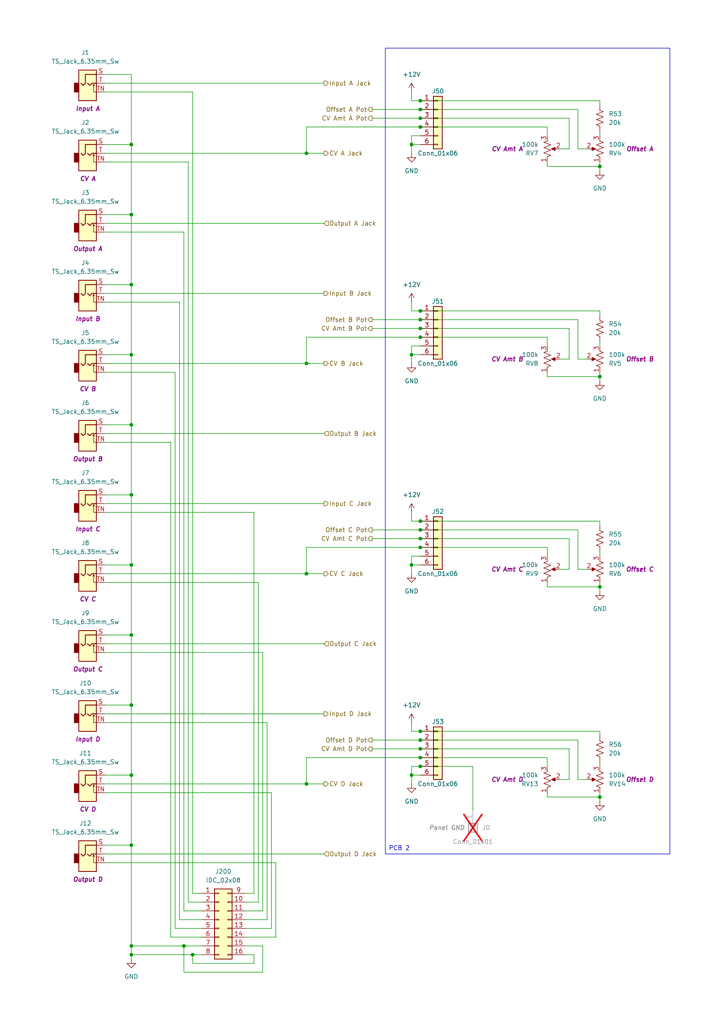
<source format=kicad_sch>
(kicad_sch (version 20250114) (generator "eeschema") (generator_version "9.0")
  (paper "A4" portrait)
  (title_block (company "DMH Instruments") (comment 1 "PCB for 5 cm Kosmo format synthesizer module"))
  (lib_symbols
    (symbol "Connector_Generic:Conn_01x01" (pin_names (offset 1.016) (hide yes))
      (property "Reference" "J" (at 0 2.54 0))
      (property "Value" "Conn_01x01" (at 0 -2.54 0))
      (symbol "Conn_01x01_1_1"
        (rectangle (start -1.27 1.27) (end 1.27 -1.27) (stroke (width 0.254)) (fill (type background)))
        (rectangle (start -1.27 0.127) (end 0 -0.127) (stroke (width 0.1524)))
        (pin passive line (at -5.08 0 0) (length 3.81) (name "Pin_1") (number "1"))
      )
    )
    (symbol "Connector_Generic:Conn_01x06" (pin_names (offset 1.016) (hide yes))
      (property "Reference" "J" (at 0 7.62 0))
      (property "Value" "Conn_01x06" (at 0 -10.16 0))
      (symbol "Conn_01x06_1_1"
        (rectangle (start -1.27 6.35) (end 1.27 -8.89) (stroke (width 0.254)) (fill (type background)))
        (rectangle (start -1.27 5.207) (end 0 4.953) (stroke (width 0.1524)))
        (rectangle (start -1.27 2.667) (end 0 2.413) (stroke (width 0.1524)))
        (rectangle (start -1.27 0.127) (end 0 -0.127) (stroke (width 0.1524)))
        (rectangle (start -1.27 -2.413) (end 0 -2.667) (stroke (width 0.1524)))
        (rectangle (start -1.27 -4.953) (end 0 -5.207) (stroke (width 0.1524)))
        (rectangle (start -1.27 -7.493) (end 0 -7.747) (stroke (width 0.1524)))
        (pin passive line (at -5.08 5.08 0) (length 3.81) (name "Pin_1") (number "1"))
        (pin passive line (at -5.08 2.54 0) (length 3.81) (name "Pin_2") (number "2"))
        (pin passive line (at -5.08 0 0) (length 3.81) (name "Pin_3") (number "3"))
        (pin passive line (at -5.08 -2.54 0) (length 3.81) (name "Pin_4") (number "4"))
        (pin passive line (at -5.08 -5.08 0) (length 3.81) (name "Pin_5") (number "5"))
        (pin passive line (at -5.08 -7.62 0) (length 3.81) (name "Pin_6") (number "6"))
      )
    )
    (symbol "Device:R_Potentiometer_US" (pin_names (offset 1.016) (hide yes))
      (property "Reference" "RV" (at -4.445 0 90))
      (property "Value" "R_Potentiometer_US" (at -2.54 0 90))
      (symbol "R_Potentiometer_US_0_1"
        (polyline (pts (xy 0 2.54) (xy 0 2.286)))
        (polyline (pts (xy 0 2.286) (xy 1.016 1.905) (xy 0 1.524) (xy -1.016 1.143) (xy 0 0.762)))
        (polyline (pts (xy 0 0.762) (xy 1.016 0.381) (xy 0 0) (xy -1.016 -0.381) (xy 0 -0.762)))
        (polyline (pts (xy 0 -0.762) (xy 1.016 -1.143) (xy 0 -1.524) (xy -1.016 -1.905) (xy 0 -2.286)))
        (polyline (pts (xy 0 -2.286) (xy 0 -2.54)))
        (polyline (pts (xy 1.143 0) (xy 2.286 0.508) (xy 2.286 -0.508) (xy 1.143 0)) (fill (type outline)))
        (polyline (pts (xy 2.54 0) (xy 1.524 0)))
      )
      (symbol "R_Potentiometer_US_1_1"
        (pin passive line (at 0 3.81 270) (length 1.27) (name "1") (number "1"))
        (pin passive line (at 0 -3.81 90) (length 1.27) (name "3") (number "3"))
        (pin passive line (at 3.81 0 180) (length 1.27) (name "2") (number "2"))
      )
    )
    (symbol "Device:R_US" (pin_numbers (hide yes)) (pin_names (offset 0))
      (property "Reference" "R" (at 2.54 0 90))
      (property "Value" "R_US" (at -2.54 0 90))
      (symbol "R_US_0_1"
        (polyline (pts (xy 0 2.286) (xy 0 2.54)))
        (polyline (pts (xy 0 2.286) (xy 1.016 1.905) (xy 0 1.524) (xy -1.016 1.143) (xy 0 0.762)))
        (polyline (pts (xy 0 0.762) (xy 1.016 0.381) (xy 0 0) (xy -1.016 -0.381) (xy 0 -0.762)))
        (polyline (pts (xy 0 -0.762) (xy 1.016 -1.143) (xy 0 -1.524) (xy -1.016 -1.905) (xy 0 -2.286)))
        (polyline (pts (xy 0 -2.286) (xy 0 -2.54)))
      )
      (symbol "R_US_1_1"
        (pin passive line (at 0 3.81 270) (length 1.27) (name "~") (number "1"))
        (pin passive line (at 0 -3.81 90) (length 1.27) (name "~") (number "2"))
      )
    )
    (symbol "SynthStuff:BackBone_Connector_16Pin" (pin_names (offset 1.016) (hide yes))
      (property "Reference" "J" (at 1.27 -16.51 0))
      (property "Value" "IDC_02x08" (at 1.27 -13.97 0))
      (symbol "BackBone_Connector_16Pin_1_1"
        (rectangle (start -1.27 8.89) (end 3.81 -11.43) (stroke (width 0.254)) (fill (type background)))
        (rectangle (start -1.27 7.747) (end 0 7.493) (stroke (width 0.1524)))
        (rectangle (start -1.27 5.207) (end 0 4.953) (stroke (width 0.1524)))
        (rectangle (start -1.27 2.667) (end 0 2.413) (stroke (width 0.1524)))
        (rectangle (start -1.27 0.127) (end 0 -0.127) (stroke (width 0.1524)))
        (rectangle (start -1.27 -2.413) (end 0 -2.667) (stroke (width 0.1524)))
        (rectangle (start -1.27 -4.953) (end 0 -5.207) (stroke (width 0.1524)))
        (rectangle (start -1.27 -7.493) (end 0 -7.747) (stroke (width 0.1524)))
        (rectangle (start -1.27 -10.033) (end 0 -10.287) (stroke (width 0.1524)))
        (rectangle (start 3.81 7.747) (end 2.54 7.493) (stroke (width 0.1524)))
        (rectangle (start 3.81 5.207) (end 2.54 4.953) (stroke (width 0.1524)))
        (rectangle (start 3.81 2.667) (end 2.54 2.413) (stroke (width 0.1524)))
        (rectangle (start 3.81 0.127) (end 2.54 -0.127) (stroke (width 0.1524)))
        (rectangle (start 3.81 -2.413) (end 2.54 -2.667) (stroke (width 0.1524)))
        (rectangle (start 3.81 -4.953) (end 2.54 -5.207) (stroke (width 0.1524)))
        (rectangle (start 3.81 -7.493) (end 2.54 -7.747) (stroke (width 0.1524)))
        (rectangle (start 3.81 -10.033) (end 2.54 -10.287) (stroke (width 0.1524)))
        (pin passive line (at -5.08 7.62 0) (length 3.81) (name "Pin_1") (number "1"))
        (pin passive line (at -5.08 5.08 0) (length 3.81) (name "Pin_2") (number "2"))
        (pin passive line (at -5.08 2.54 0) (length 3.81) (name "Pin_3") (number "3"))
        (pin passive line (at -5.08 0 0) (length 3.81) (name "Pin_4") (number "4"))
        (pin passive line (at -5.08 -2.54 0) (length 3.81) (name "Pin_5") (number "5"))
        (pin passive line (at -5.08 -5.08 0) (length 3.81) (name "Pin_6") (number "6"))
        (pin passive line (at -5.08 -7.62 0) (length 3.81) (name "Pin_7") (number "7"))
        (pin passive line (at -5.08 -10.16 0) (length 3.81) (name "Pin_8") (number "8"))
        (pin passive line (at 7.62 7.62 180) (length 3.81) (name "Pin_9") (number "9"))
        (pin passive line (at 7.62 5.08 180) (length 3.81) (name "Pin_10") (number "10"))
        (pin passive line (at 7.62 2.54 180) (length 3.81) (name "Pin_11") (number "11"))
        (pin passive line (at 7.62 0 180) (length 3.81) (name "Pin_12") (number "12"))
        (pin passive line (at 7.62 -2.54 180) (length 3.81) (name "Pin_13") (number "13"))
        (pin passive line (at 7.62 -5.08 180) (length 3.81) (name "Pin_14") (number "14"))
        (pin passive line (at 7.62 -7.62 180) (length 3.81) (name "Pin_15") (number "15"))
        (pin passive line (at 7.62 -10.16 180) (length 3.81) (name "Pin_16") (number "16"))
      )
    )
    (symbol "SynthStuff:TS_Jack_6.35mm_Sw"
      (property "Reference" "J" (at -0.635 8.89 0))
      (property "Value" "TS_Jack_6.35mm_Sw" (at -0.635 6.35 0))
      (symbol "TS_Jack_6.35mm_Sw_0_1"
        (rectangle (start -2.54 0) (end -3.81 -2.54) (stroke (width 0.254)) (fill (type outline)))
        (polyline (pts (xy 0 0) (xy 0.635 -0.635) (xy 1.27 0) (xy 2.54 0)) (stroke (width 0.254)))
        (polyline (pts (xy 1.778 -0.254) (xy 2.032 -0.762)))
        (rectangle (start 2.54 3.81) (end -2.54 -5.08) (stroke (width 0.254)) (fill (type background)))
        (polyline (pts (xy 2.54 2.54) (xy -0.635 2.54) (xy -0.635 0) (xy -1.27 -0.635) (xy -1.905 0)) (stroke (width 0.254)))
        (polyline (pts (xy 2.54 -2.54) (xy 1.778 -2.54) (xy 1.778 -0.254) (xy 1.524 -0.762)))
      )
      (symbol "TS_Jack_6.35mm_Sw_1_1"
        (pin passive line (at 5.08 2.54 180) (length 2.54) (name "~") (number "S"))
        (pin passive line (at 5.08 0 180) (length 2.54) (name "~") (number "T"))
        (pin passive line (at 5.08 -2.54 180) (length 2.54) (name "~") (number "TN"))
      )
    )
    (symbol "power:+12V" (power) (pin_numbers (hide yes)) (pin_names (offset 0) (hide yes))
      (property "Value" "+12V" (at 0 3.556 0))
      (symbol "+12V_0_1"
        (polyline (pts (xy -0.762 1.27) (xy 0 2.54)))
        (polyline (pts (xy 0 2.54) (xy 0.762 1.27)))
        (polyline (pts (xy 0 0) (xy 0 2.54)))
      )
      (symbol "+12V_1_1"
        (pin power_in line (at 0 0 90) (length 0) (name "~") (number "1"))
      )
    )
    (symbol "power:GND" (power) (pin_numbers (hide yes)) (pin_names (offset 0) (hide yes))
      (property "Value" "GND" (at 0 -3.81 0))
      (symbol "GND_0_1"
        (polyline (pts (xy 0 0) (xy 0 -1.27) (xy 1.27 -1.27) (xy 0 -2.54) (xy -1.27 -1.27) (xy 0 -1.27)))
      )
      (symbol "GND_1_1"
        (pin power_in line (at 0 0 270) (length 0) (name "~") (number "1"))
      )
    )
  )
  (rectangle (start 111.76 13.97) (end 194.31 247.65))
  (text "PCB 2" (at 115.824 246.126 0) (effects (font (size 1.27 1.27))))
  (junction (at 88.9 44.45))
  (junction (at 38.1 102.87))
  (junction (at 38.1 184.15))
  (junction (at 121.92 151.13))
  (junction (at 53.34 274.32))
  (junction (at 121.92 34.29))
  (junction (at 121.92 214.63))
  (junction (at 38.1 41.91))
  (junction (at 55.88 276.86))
  (junction (at 121.92 31.75))
  (junction (at 119.38 41.91))
  (junction (at 121.92 90.17))
  (junction (at 121.92 222.25))
  (junction (at 38.1 123.19))
  (junction (at 121.92 29.21))
  (junction (at 119.38 224.79))
  (junction (at 38.1 276.86))
  (junction (at 121.92 219.71))
  (junction (at 121.92 97.79))
  (junction (at 121.92 217.17))
  (junction (at 121.92 36.83))
  (junction (at 88.9 105.41))
  (junction (at 121.92 158.75))
  (junction (at 121.92 212.09))
  (junction (at 121.92 156.21))
  (junction (at 173.99 48.26))
  (junction (at 119.38 102.87))
  (junction (at 38.1 224.79))
  (junction (at 173.99 231.14))
  (junction (at 38.1 274.32))
  (junction (at 38.1 163.83))
  (junction (at 121.92 95.25))
  (junction (at 38.1 62.23))
  (junction (at 38.1 82.55))
  (junction (at 38.1 143.51))
  (junction (at 121.92 92.71))
  (junction (at 173.99 170.18))
  (junction (at 121.92 153.67))
  (junction (at 38.1 204.47))
  (junction (at 119.38 163.83))
  (junction (at 173.99 109.22))
  (junction (at 88.9 227.33))
  (junction (at 88.9 166.37))
  (junction (at 38.1 245.11))
  (wire (pts (xy 158.75 168.91) (xy 158.75 170.18)))
  (wire (pts (xy 121.92 95.25) (xy 107.95 95.25)))
  (wire (pts (xy 76.2 189.23) (xy 76.2 264.16)))
  (wire (pts (xy 88.9 158.75) (xy 88.9 166.37)))
  (wire (pts (xy 158.75 46.99) (xy 158.75 48.26)))
  (wire (pts (xy 119.38 87.63) (xy 119.38 90.17)))
  (wire (pts (xy 121.92 224.79) (xy 119.38 224.79)))
  (wire (pts (xy 165.1 104.14) (xy 165.1 95.25)))
  (wire (pts (xy 107.95 217.17) (xy 121.92 217.17)))
  (wire (pts (xy 30.48 247.65) (xy 93.98 247.65)))
  (wire (pts (xy 30.48 189.23) (xy 76.2 189.23)))
  (wire (pts (xy 55.88 259.08) (xy 58.42 259.08)))
  (wire (pts (xy 30.48 125.73) (xy 93.98 125.73)))
  (wire (pts (xy 121.92 161.29) (xy 119.38 161.29)))
  (wire (pts (xy 30.48 148.59) (xy 73.66 148.59)))
  (wire (pts (xy 165.1 226.06) (xy 165.1 217.17)))
  (wire (pts (xy 158.75 100.33) (xy 158.75 97.79)))
  (wire (pts (xy 167.64 153.67) (xy 167.64 165.1)))
  (wire (pts (xy 107.95 156.21) (xy 121.92 156.21)))
  (wire (pts (xy 53.34 67.31) (xy 30.48 67.31)))
  (wire (pts (xy 76.2 281.94) (xy 53.34 281.94)))
  (wire (pts (xy 88.9 105.41) (xy 93.98 105.41)))
  (wire (pts (xy 77.47 266.7) (xy 77.47 209.55)))
  (wire (pts (xy 58.42 266.7) (xy 52.07 266.7)))
  (wire (pts (xy 71.12 276.86) (xy 73.66 276.86)))
  (wire (pts (xy 30.48 166.37) (xy 88.9 166.37)))
  (wire (pts (xy 173.99 99.06) (xy 173.99 100.33)))
  (wire (pts (xy 165.1 43.18) (xy 165.1 34.29)))
  (wire (pts (xy 162.56 165.1) (xy 165.1 165.1)))
  (wire (pts (xy 73.66 276.86) (xy 73.66 279.4)))
  (wire (pts (xy 30.48 146.05) (xy 93.98 146.05)))
  (wire (pts (xy 173.99 160.02) (xy 173.99 161.29)))
  (wire (pts (xy 173.99 46.99) (xy 173.99 48.26)))
  (wire (pts (xy 88.9 44.45) (xy 93.98 44.45)))
  (wire (pts (xy 78.74 229.87) (xy 78.74 269.24)))
  (wire (pts (xy 173.99 220.98) (xy 173.99 222.25)))
  (wire (pts (xy 30.48 250.19) (xy 80.01 250.19)))
  (wire (pts (xy 158.75 109.22) (xy 173.99 109.22)))
  (wire (pts (xy 38.1 163.83) (xy 38.1 184.15)))
  (wire (pts (xy 55.88 276.86) (xy 58.42 276.86)))
  (wire (pts (xy 137.16 222.25) (xy 121.92 222.25)))
  (wire (pts (xy 38.1 274.32) (xy 53.34 274.32)))
  (wire (pts (xy 30.48 102.87) (xy 38.1 102.87)))
  (wire (pts (xy 54.61 46.99) (xy 54.61 261.62)))
  (wire (pts (xy 121.92 163.83) (xy 119.38 163.83)))
  (wire (pts (xy 121.92 222.25) (xy 119.38 222.25)))
  (wire (pts (xy 170.18 165.1) (xy 167.64 165.1)))
  (wire (pts (xy 30.48 82.55) (xy 38.1 82.55)))
  (wire (pts (xy 121.92 90.17) (xy 173.99 90.17)))
  (wire (pts (xy 121.92 158.75) (xy 88.9 158.75)))
  (wire (pts (xy 121.92 153.67) (xy 167.64 153.67)))
  (wire (pts (xy 38.1 82.55) (xy 38.1 102.87)))
  (wire (pts (xy 167.64 31.75) (xy 167.64 43.18)))
  (wire (pts (xy 173.99 109.22) (xy 173.99 110.49)))
  (wire (pts (xy 38.1 224.79) (xy 38.1 245.11)))
  (wire (pts (xy 121.92 217.17) (xy 165.1 217.17)))
  (wire (pts (xy 38.1 276.86) (xy 55.88 276.86)))
  (wire (pts (xy 167.64 92.71) (xy 167.64 104.14)))
  (wire (pts (xy 121.92 92.71) (xy 167.64 92.71)))
  (wire (pts (xy 173.99 168.91) (xy 173.99 170.18)))
  (wire (pts (xy 121.92 90.17) (xy 119.38 90.17)))
  (wire (pts (xy 121.92 97.79) (xy 88.9 97.79)))
  (wire (pts (xy 158.75 161.29) (xy 158.75 158.75)))
  (wire (pts (xy 167.64 214.63) (xy 167.64 226.06)))
  (wire (pts (xy 107.95 92.71) (xy 121.92 92.71)))
  (wire (pts (xy 50.8 107.95) (xy 50.8 269.24)))
  (wire (pts (xy 158.75 170.18) (xy 173.99 170.18)))
  (wire (pts (xy 88.9 97.79) (xy 88.9 105.41)))
  (wire (pts (xy 30.48 184.15) (xy 38.1 184.15)))
  (wire (pts (xy 76.2 264.16) (xy 71.12 264.16)))
  (wire (pts (xy 53.34 274.32) (xy 58.42 274.32)))
  (wire (pts (xy 88.9 227.33) (xy 93.98 227.33)))
  (wire (pts (xy 121.92 158.75) (xy 158.75 158.75)))
  (wire (pts (xy 50.8 269.24) (xy 58.42 269.24)))
  (wire (pts (xy 30.48 105.41) (xy 88.9 105.41)))
  (wire (pts (xy 30.48 204.47) (xy 38.1 204.47)))
  (wire (pts (xy 30.48 207.01) (xy 93.98 207.01)))
  (wire (pts (xy 38.1 102.87) (xy 38.1 123.19)))
  (wire (pts (xy 53.34 67.31) (xy 53.34 264.16)))
  (wire (pts (xy 121.92 214.63) (xy 167.64 214.63)))
  (wire (pts (xy 88.9 166.37) (xy 93.98 166.37)))
  (wire (pts (xy 170.18 43.18) (xy 167.64 43.18)))
  (wire (pts (xy 30.48 64.77) (xy 93.98 64.77)))
  (wire (pts (xy 52.07 87.63) (xy 30.48 87.63)))
  (wire (pts (xy 38.1 143.51) (xy 38.1 163.83)))
  (wire (pts (xy 71.12 274.32) (xy 76.2 274.32)))
  (wire (pts (xy 119.38 161.29) (xy 119.38 163.83)))
  (wire (pts (xy 158.75 107.95) (xy 158.75 109.22)))
  (wire (pts (xy 170.18 226.06) (xy 167.64 226.06)))
  (wire (pts (xy 53.34 281.94) (xy 53.34 274.32)))
  (wire (pts (xy 71.12 261.62) (xy 74.93 261.62)))
  (wire (pts (xy 119.38 148.59) (xy 119.38 151.13)))
  (wire (pts (xy 58.42 271.78) (xy 49.53 271.78)))
  (wire (pts (xy 121.92 31.75) (xy 167.64 31.75)))
  (wire (pts (xy 38.1 245.11) (xy 38.1 274.32)))
  (wire (pts (xy 54.61 261.62) (xy 58.42 261.62)))
  (wire (pts (xy 38.1 184.15) (xy 38.1 204.47)))
  (wire (pts (xy 107.95 31.75) (xy 121.92 31.75)))
  (wire (pts (xy 88.9 36.83) (xy 121.92 36.83)))
  (wire (pts (xy 121.92 95.25) (xy 165.1 95.25)))
  (wire (pts (xy 119.38 26.67) (xy 119.38 29.21)))
  (wire (pts (xy 38.1 21.59) (xy 30.48 21.59)))
  (wire (pts (xy 77.47 209.55) (xy 30.48 209.55)))
  (wire (pts (xy 173.99 152.4) (xy 173.99 151.13)))
  (wire (pts (xy 30.48 163.83) (xy 38.1 163.83)))
  (wire (pts (xy 121.92 219.71) (xy 158.75 219.71)))
  (wire (pts (xy 76.2 274.32) (xy 76.2 281.94)))
  (wire (pts (xy 88.9 36.83) (xy 88.9 44.45)))
  (wire (pts (xy 30.48 227.33) (xy 88.9 227.33)))
  (wire (pts (xy 38.1 41.91) (xy 38.1 21.59)))
  (wire (pts (xy 119.38 224.79) (xy 119.38 227.33)))
  (wire (pts (xy 173.99 30.48) (xy 173.99 29.21)))
  (wire (pts (xy 49.53 271.78) (xy 49.53 128.27)))
  (wire (pts (xy 38.1 62.23) (xy 38.1 82.55)))
  (wire (pts (xy 38.1 204.47) (xy 38.1 224.79)))
  (wire (pts (xy 158.75 222.25) (xy 158.75 219.71)))
  (wire (pts (xy 73.66 148.59) (xy 73.66 259.08)))
  (wire (pts (xy 165.1 165.1) (xy 165.1 156.21)))
  (wire (pts (xy 121.92 212.09) (xy 173.99 212.09)))
  (wire (pts (xy 121.92 97.79) (xy 158.75 97.79)))
  (wire (pts (xy 173.99 91.44) (xy 173.99 90.17)))
  (wire (pts (xy 38.1 276.86) (xy 38.1 278.13)))
  (wire (pts (xy 38.1 41.91) (xy 38.1 62.23)))
  (wire (pts (xy 55.88 279.4) (xy 55.88 276.86)))
  (wire (pts (xy 173.99 38.1) (xy 173.99 39.37)))
  (wire (pts (xy 73.66 279.4) (xy 55.88 279.4)))
  (wire (pts (xy 119.38 41.91) (xy 119.38 44.45)))
  (wire (pts (xy 158.75 229.87) (xy 158.75 231.14)))
  (wire (pts (xy 80.01 271.78) (xy 71.12 271.78)))
  (wire (pts (xy 121.92 36.83) (xy 158.75 36.83)))
  (wire (pts (xy 162.56 226.06) (xy 165.1 226.06)))
  (wire (pts (xy 121.92 156.21) (xy 165.1 156.21)))
  (wire (pts (xy 121.92 151.13) (xy 173.99 151.13)))
  (wire (pts (xy 30.48 123.19) (xy 38.1 123.19)))
  (wire (pts (xy 173.99 229.87) (xy 173.99 231.14)))
  (wire (pts (xy 173.99 231.14) (xy 173.99 232.41)))
  (wire (pts (xy 121.92 29.21) (xy 173.99 29.21)))
  (wire (pts (xy 30.48 143.51) (xy 38.1 143.51)))
  (wire (pts (xy 30.48 224.79) (xy 38.1 224.79)))
  (wire (pts (xy 50.8 107.95) (xy 30.48 107.95)))
  (wire (pts (xy 30.48 24.13) (xy 93.98 24.13)))
  (wire (pts (xy 121.92 212.09) (xy 119.38 212.09)))
  (wire (pts (xy 121.92 39.37) (xy 119.38 39.37)))
  (wire (pts (xy 53.34 264.16) (xy 58.42 264.16)))
  (wire (pts (xy 30.48 62.23) (xy 38.1 62.23)))
  (wire (pts (xy 74.93 261.62) (xy 74.93 168.91)))
  (wire (pts (xy 119.38 163.83) (xy 119.38 166.37)))
  (wire (pts (xy 121.92 41.91) (xy 119.38 41.91)))
  (wire (pts (xy 162.56 104.14) (xy 165.1 104.14)))
  (wire (pts (xy 121.92 219.71) (xy 88.9 219.71)))
  (wire (pts (xy 173.99 48.26) (xy 173.99 49.53)))
  (wire (pts (xy 121.92 102.87) (xy 119.38 102.87)))
  (wire (pts (xy 30.48 186.69) (xy 93.98 186.69)))
  (wire (pts (xy 30.48 85.09) (xy 93.98 85.09)))
  (wire (pts (xy 158.75 231.14) (xy 173.99 231.14)))
  (wire (pts (xy 121.92 34.29) (xy 165.1 34.29)))
  (wire (pts (xy 73.66 259.08) (xy 71.12 259.08)))
  (wire (pts (xy 30.48 245.11) (xy 38.1 245.11)))
  (wire (pts (xy 119.38 102.87) (xy 119.38 105.41)))
  (wire (pts (xy 119.38 209.55) (xy 119.38 212.09)))
  (wire (pts (xy 162.56 43.18) (xy 165.1 43.18)))
  (wire (pts (xy 137.16 234.95) (xy 137.16 222.25)))
  (wire (pts (xy 80.01 250.19) (xy 80.01 271.78)))
  (wire (pts (xy 38.1 123.19) (xy 38.1 143.51)))
  (wire (pts (xy 173.99 213.36) (xy 173.99 212.09)))
  (wire (pts (xy 55.88 26.67) (xy 55.88 259.08)))
  (wire (pts (xy 119.38 100.33) (xy 119.38 102.87)))
  (wire (pts (xy 71.12 266.7) (xy 77.47 266.7)))
  (wire (pts (xy 158.75 39.37) (xy 158.75 36.83)))
  (wire (pts (xy 121.92 151.13) (xy 119.38 151.13)))
  (wire (pts (xy 30.48 229.87) (xy 78.74 229.87)))
  (wire (pts (xy 78.74 269.24) (xy 71.12 269.24)))
  (wire (pts (xy 107.95 214.63) (xy 121.92 214.63)))
  (wire (pts (xy 121.92 29.21) (xy 119.38 29.21)))
  (wire (pts (xy 30.48 44.45) (xy 88.9 44.45)))
  (wire (pts (xy 74.93 168.91) (xy 30.48 168.91)))
  (wire (pts (xy 30.48 128.27) (xy 49.53 128.27)))
  (wire (pts (xy 107.95 34.29) (xy 121.92 34.29)))
  (wire (pts (xy 170.18 104.14) (xy 167.64 104.14)))
  (wire (pts (xy 30.48 41.91) (xy 38.1 41.91)))
  (wire (pts (xy 119.38 222.25) (xy 119.38 224.79)))
  (wire (pts (xy 173.99 170.18) (xy 173.99 171.45)))
  (wire (pts (xy 107.95 153.67) (xy 121.92 153.67)))
  (wire (pts (xy 52.07 266.7) (xy 52.07 87.63)))
  (wire (pts (xy 30.48 46.99) (xy 54.61 46.99)))
  (wire (pts (xy 121.92 100.33) (xy 119.38 100.33)))
  (wire (pts (xy 173.99 107.95) (xy 173.99 109.22)))
  (wire (pts (xy 119.38 39.37) (xy 119.38 41.91)))
  (wire (pts (xy 158.75 48.26) (xy 173.99 48.26)))
  (wire (pts (xy 38.1 274.32) (xy 38.1 276.86)))
  (wire (pts (xy 55.88 26.67) (xy 30.48 26.67)))
  (wire (pts (xy 88.9 219.71) (xy 88.9 227.33)))
  (hierarchical_label "Offset B Pot" (shape output) (at 107.95 92.71 180))
  (hierarchical_label "Offset C Pot" (shape output) (at 107.95 153.67 180))
  (hierarchical_label "CV C Jack" (shape output) (at 93.98 166.37 0))
  (hierarchical_label "Offset A Pot" (shape output) (at 107.95 31.75 180))
  (hierarchical_label "Output A Jack" (shape input) (at 93.98 64.77 0))
  (hierarchical_label "Output C Jack" (shape input) (at 93.98 186.69 0))
  (hierarchical_label "Output B Jack" (shape input) (at 93.98 125.73 0))
  (hierarchical_label "CV A Jack" (shape output) (at 93.98 44.45 0))
  (hierarchical_label "CV Amt B Pot" (shape output) (at 107.95 95.25 180))
  (hierarchical_label "Input B Jack" (shape output) (at 93.98 85.09 0))
  (hierarchical_label "Input D Jack" (shape output) (at 93.98 207.01 0))
  (hierarchical_label "CV D Jack" (shape output) (at 93.98 227.33 0))
  (hierarchical_label "CV Amt A Pot" (shape output) (at 107.95 34.29 180))
  (hierarchical_label "CV B Jack" (shape output) (at 93.98 105.41 0))
  (hierarchical_label "Input A Jack" (shape output) (at 93.98 24.13 0))
  (hierarchical_label "Offset D Pot" (shape output) (at 107.95 214.63 180))
  (hierarchical_label "Output D Jack" (shape input) (at 93.98 247.65 0))
  (hierarchical_label "Input C Jack" (shape output) (at 93.98 146.05 0))
  (hierarchical_label "CV Amt D Pot" (shape output) (at 107.95 217.17 180))
  (hierarchical_label "CV Amt C Pot" (shape output) (at 107.95 156.21 180))
  (symbol (lib_id "SynthStuff:TS_Jack_6.35mm_Sw") (at 25.4 186.69 0) (unit 1)
    (property "Reference" "J9" (at 24.765 177.8 0))
    (property "Value" "TS_Jack_6.35mm_Sw" (at 24.765 180.34 0))
    (property "Footprint" "SynthStuff:CUI_MJ-63052A" (effects (hide yes)))
    (property "Description" "Audio Jack, 2 Poles (Mono / TS), Switched T Pole (Normalling), 6.35mm, 1/4inch" (effects (hide yes)))
    (property "Function" "Output C" (at 25.4 194.056 0) (effects (font (thickness 0.254) (bold yes) (italic yes))))
  )
  (symbol (lib_id "SynthStuff:TS_Jack_6.35mm_Sw") (at 25.4 44.45 0) (unit 1)
    (property "Reference" "J2" (at 24.765 35.56 0))
    (property "Value" "TS_Jack_6.35mm_Sw" (at 24.765 38.1 0))
    (property "Footprint" "SynthStuff:CUI_MJ-63052A" (effects (hide yes)))
    (property "Description" "Audio Jack, 2 Poles (Mono / TS), Switched T Pole (Normalling), 6.35mm, 1/4inch" (effects (hide yes)))
    (property "Function" "CV A" (at 25.4 51.816 0) (effects (font (thickness 0.254) (bold yes) (italic yes))))
  )
  (symbol (lib_id "power:+12V") (at 119.38 148.59 0) (unit 1)
    (property "Reference" "#PWR043" (effects (hide yes)))
    (property "Value" "+12V" (at 119.38 143.51 0))
    (property "Description" "Power symbol creates a global label with name \"+12V\"" (effects (hide yes)))
  )
  (symbol (lib_id "power:+12V") (at 119.38 87.63 0) (unit 1)
    (property "Reference" "#PWR042" (effects (hide yes)))
    (property "Value" "+12V" (at 119.38 82.55 0))
    (property "Description" "Power symbol creates a global label with name \"+12V\"" (effects (hide yes)))
  )
  (symbol (lib_id "SynthStuff:BackBone_Connector_16Pin") (at 63.5 266.7 0) (unit 1)
    (property "Reference" "J200" (at 64.77 252.73 0))
    (property "Value" "IDC_02x08" (at 64.77 255.27 0))
    (property "Footprint" "SynthStuff:IDC-Header_2x08_P2.54mm_Vertical_BackBone" (effects (hide yes)))
    (property "Description" "IDC jack, 2x8 pins, row a carries same signals as row b." (effects (hide yes)))
  )
  (symbol (lib_id "SynthStuff:TS_Jack_6.35mm_Sw") (at 25.4 105.41 0) (unit 1)
    (property "Reference" "J5" (at 24.765 96.52 0))
    (property "Value" "TS_Jack_6.35mm_Sw" (at 24.765 99.06 0))
    (property "Footprint" "SynthStuff:CUI_MJ-63052A" (effects (hide yes)))
    (property "Description" "Audio Jack, 2 Poles (Mono / TS), Switched T Pole (Normalling), 6.35mm, 1/4inch" (effects (hide yes)))
    (property "Function" "CV B" (at 25.4 112.776 0) (effects (font (thickness 0.254) (bold yes) (italic yes))))
  )
  (symbol (lib_id "Device:R_Potentiometer_US") (at 158.75 43.18 0) (mirror x) (unit 1) (on_board no)
    (property "Reference" "RV7" (at 156.21 44.4501 0) (effects (justify right)))
    (property "Value" "100k" (at 156.21 41.9101 0) (effects (justify right)))
    (property "Footprint" "SynthStuff:Potentiometer_TT_P110KH1" (effects (hide yes)))
    (property "Description" "Potentiometer, US symbol" (effects (hide yes)))
    (property "Function" "CV Amt A" (at 147.066 43.18 0) (effects (font (thickness 0.254) (bold yes) (italic yes))))
  )
  (symbol (lib_id "SynthStuff:TS_Jack_6.35mm_Sw") (at 25.4 85.09 0) (unit 1)
    (property "Reference" "J4" (at 24.765 76.2 0))
    (property "Value" "TS_Jack_6.35mm_Sw" (at 24.765 78.74 0))
    (property "Footprint" "SynthStuff:CUI_MJ-63052A" (effects (hide yes)))
    (property "Description" "Audio Jack, 2 Poles (Mono / TS), Switched T Pole (Normalling), 6.35mm, 1/4inch" (effects (hide yes)))
    (property "Function" "Input B" (at 25.4 92.456 0) (effects (font (thickness 0.254) (bold yes) (italic yes))))
  )
  (symbol (lib_id "power:+12V") (at 119.38 26.67 0) (unit 1)
    (property "Reference" "#PWR041" (effects (hide yes)))
    (property "Value" "+12V" (at 119.38 21.59 0))
    (property "Description" "Power symbol creates a global label with name \"+12V\"" (effects (hide yes)))
  )
  (symbol (lib_id "SynthStuff:TS_Jack_6.35mm_Sw") (at 25.4 207.01 0) (unit 1)
    (property "Reference" "J10" (at 24.765 198.12 0))
    (property "Value" "TS_Jack_6.35mm_Sw" (at 24.765 200.66 0))
    (property "Footprint" "SynthStuff:CUI_MJ-63052A" (effects (hide yes)))
    (property "Description" "Audio Jack, 2 Poles (Mono / TS), Switched T Pole (Normalling), 6.35mm, 1/4inch" (effects (hide yes)))
    (property "Function" "Input D" (at 25.4 214.376 0) (effects (font (thickness 0.254) (bold yes) (italic yes))))
  )
  (symbol (lib_id "Device:R_Potentiometer_US") (at 173.99 226.06 180) (unit 1) (on_board no)
    (property "Reference" "RV14" (at 176.53 227.3301 0) (effects (justify right)))
    (property "Value" "100k" (at 176.53 224.7901 0) (effects (justify right)))
    (property "Footprint" "SynthStuff:Potentiometer_Alpha_RD901F-40-00D_Single_Vertical" (effects (hide yes)))
    (property "Description" "Potentiometer, US symbol" (effects (hide yes)))
    (property "Function" "Offset D" (at 185.674 226.06 0) (effects (font (thickness 0.254) (bold yes) (italic yes))))
  )
  (symbol (lib_id "power:GND") (at 119.38 227.33 0) (unit 1)
    (property "Reference" "#PWR048" (effects (hide yes)))
    (property "Value" "GND" (at 119.38 232.41 0))
    (property "Description" "Power symbol creates a global label with name \"GND\" , ground" (effects (hide yes)))
  )
  (symbol (lib_id "SynthStuff:TS_Jack_6.35mm_Sw") (at 25.4 146.05 0) (unit 1)
    (property "Reference" "J7" (at 24.765 137.16 0))
    (property "Value" "TS_Jack_6.35mm_Sw" (at 24.765 139.7 0))
    (property "Footprint" "SynthStuff:CUI_MJ-63052A" (effects (hide yes)))
    (property "Description" "Audio Jack, 2 Poles (Mono / TS), Switched T Pole (Normalling), 6.35mm, 1/4inch" (effects (hide yes)))
    (property "Function" "Input C" (at 25.4 153.416 0) (effects (font (thickness 0.254) (bold yes) (italic yes))))
  )
  (symbol (lib_id "SynthStuff:TS_Jack_6.35mm_Sw") (at 25.4 166.37 0) (unit 1)
    (property "Reference" "J8" (at 24.765 157.48 0))
    (property "Value" "TS_Jack_6.35mm_Sw" (at 24.765 160.02 0))
    (property "Footprint" "SynthStuff:CUI_MJ-63052A" (effects (hide yes)))
    (property "Description" "Audio Jack, 2 Poles (Mono / TS), Switched T Pole (Normalling), 6.35mm, 1/4inch" (effects (hide yes)))
    (property "Function" "CV C" (at 25.4 173.736 0) (effects (font (thickness 0.254) (bold yes) (italic yes))))
  )
  (symbol (lib_id "Device:R_Potentiometer_US") (at 158.75 226.06 0) (mirror x) (unit 1) (on_board no)
    (property "Reference" "RV13" (at 156.21 227.3301 0) (effects (justify right)))
    (property "Value" "100k" (at 156.21 224.7901 0) (effects (justify right)))
    (property "Footprint" "SynthStuff:Potentiometer_TT_P110KH1" (effects (hide yes)))
    (property "Description" "Potentiometer, US symbol" (effects (hide yes)))
    (property "Function" "CV Amt D" (at 147.066 226.06 0) (effects (font (thickness 0.254) (bold yes) (italic yes))))
  )
  (symbol (lib_id "Device:R_Potentiometer_US") (at 173.99 165.1 180) (unit 1) (on_board no)
    (property "Reference" "RV6" (at 176.53 166.3701 0) (effects (justify right)))
    (property "Value" "100k" (at 176.53 163.8301 0) (effects (justify right)))
    (property "Footprint" "SynthStuff:Potentiometer_Alpha_RD901F-40-00D_Single_Vertical" (effects (hide yes)))
    (property "Description" "Potentiometer, US symbol" (effects (hide yes)))
    (property "Function" "Offset C" (at 185.674 165.1 0) (effects (font (thickness 0.254) (bold yes) (italic yes))))
  )
  (symbol (lib_id "power:GND") (at 173.99 110.49 0) (unit 1)
    (property "Reference" "#PWR036" (effects (hide yes)))
    (property "Value" "GND" (at 173.99 115.57 0))
    (property "Description" "Power symbol creates a global label with name \"GND\" , ground" (effects (hide yes)))
  )
  (symbol (lib_id "Connector_Generic:Conn_01x06") (at 127 95.25 0) (unit 1)
    (property "Reference" "J51" (at 125.222 87.376 0) (effects (justify left)))
    (property "Value" "Conn_01x06" (at 127 105.41 0))
    (property "Footprint" "Connector_PinSocket_2.54mm:PinSocket_1x08_P2.54mm_Vertical" (effects (hide yes)))
    (property "Description" "Generic connector, single row, 01x06, script generated (kicad-library-utils/schlib/autogen/connector/)" (effects (hide yes)))
  )
  (symbol (lib_id "Device:R_Potentiometer_US") (at 173.99 43.18 180) (unit 1) (on_board no)
    (property "Reference" "RV4" (at 176.53 44.4501 0) (effects (justify right)))
    (property "Value" "100k" (at 176.53 41.9101 0) (effects (justify right)))
    (property "Footprint" "SynthStuff:Potentiometer_Alpha_RD901F-40-00D_Single_Vertical" (effects (hide yes)))
    (property "Description" "Potentiometer, US symbol" (effects (hide yes)))
    (property "Function" "Offset A" (at 185.674 43.18 0) (effects (font (thickness 0.254) (bold yes) (italic yes))))
  )
  (symbol (lib_id "power:GND") (at 119.38 44.45 0) (unit 1)
    (property "Reference" "#PWR044" (effects (hide yes)))
    (property "Value" "GND" (at 119.38 49.53 0))
    (property "Description" "Power symbol creates a global label with name \"GND\" , ground" (effects (hide yes)))
  )
  (symbol (lib_id "power:GND") (at 38.1 278.13 0) (unit 1)
    (property "Reference" "#PWR040" (effects (hide yes)))
    (property "Value" "GND" (at 38.1 283.21 0))
    (property "Description" "Power symbol creates a global label with name \"GND\" , ground" (effects (hide yes)))
  )
  (symbol (lib_id "Device:R_Potentiometer_US") (at 173.99 104.14 180) (unit 1) (on_board no)
    (property "Reference" "RV5" (at 176.53 105.4101 0) (effects (justify right)))
    (property "Value" "100k" (at 176.53 102.8701 0) (effects (justify right)))
    (property "Footprint" "SynthStuff:Potentiometer_Alpha_RD901F-40-00D_Single_Vertical" (effects (hide yes)))
    (property "Description" "Potentiometer, US symbol" (effects (hide yes)))
    (property "Function" "Offset B" (at 185.674 104.14 0) (effects (font (thickness 0.254) (bold yes) (italic yes))))
  )
  (symbol (lib_id "Connector_Generic:Conn_01x06") (at 127 34.29 0) (unit 1)
    (property "Reference" "J50" (at 125.222 26.416 0) (effects (justify left)))
    (property "Value" "Conn_01x06" (at 127 44.45 0))
    (property "Footprint" "Connector_PinSocket_2.54mm:PinSocket_1x08_P2.54mm_Vertical" (effects (hide yes)))
    (property "Description" "Generic connector, single row, 01x06, script generated (kicad-library-utils/schlib/autogen/connector/)" (effects (hide yes)))
  )
  (symbol (lib_id "Device:R_Potentiometer_US") (at 158.75 165.1 0) (mirror x) (unit 1) (on_board no)
    (property "Reference" "RV9" (at 156.21 166.3701 0) (effects (justify right)))
    (property "Value" "100k" (at 156.21 163.8301 0) (effects (justify right)))
    (property "Footprint" "SynthStuff:Potentiometer_TT_P110KH1" (effects (hide yes)))
    (property "Description" "Potentiometer, US symbol" (effects (hide yes)))
    (property "Function" "CV Amt C" (at 147.066 165.1 0) (effects (font (thickness 0.254) (bold yes) (italic yes))))
  )
  (symbol (lib_id "power:GND") (at 119.38 166.37 0) (unit 1)
    (property "Reference" "#PWR046" (effects (hide yes)))
    (property "Value" "GND" (at 119.38 171.45 0))
    (property "Description" "Power symbol creates a global label with name \"GND\" , ground" (effects (hide yes)))
  )
  (symbol (lib_id "power:GND") (at 173.99 232.41 0) (unit 1)
    (property "Reference" "#PWR038" (effects (hide yes)))
    (property "Value" "GND" (at 173.99 237.49 0))
    (property "Description" "Power symbol creates a global label with name \"GND\" , ground" (effects (hide yes)))
  )
  (symbol (lib_id "SynthStuff:TS_Jack_6.35mm_Sw") (at 25.4 64.77 0) (unit 1)
    (property "Reference" "J3" (at 24.765 55.88 0))
    (property "Value" "TS_Jack_6.35mm_Sw" (at 24.765 58.42 0))
    (property "Footprint" "SynthStuff:CUI_MJ-63052A" (effects (hide yes)))
    (property "Description" "Audio Jack, 2 Poles (Mono / TS), Switched T Pole (Normalling), 6.35mm, 1/4inch" (effects (hide yes)))
    (property "Function" "Output A" (at 25.4 72.136 0) (effects (font (thickness 0.254) (bold yes) (italic yes))))
  )
  (symbol (lib_id "Device:R_US") (at 173.99 156.21 180) (unit 1) (on_board no)
    (property "Reference" "R55" (at 176.53 154.9399 0) (effects (justify right)))
    (property "Value" "20k" (at 176.53 157.4799 0) (effects (justify right)))
    (property "Footprint" "Resistor_THT:R_Axial_DIN0207_L6.3mm_D2.5mm_P7.62mm_Horizontal" (effects (hide yes)))
    (property "Description" "Resistor, US symbol" (effects (hide yes)))
  )
  (symbol (lib_id "Connector_Generic:Conn_01x01") (at 137.16 240.03 270) (unit 1) (in_bom no) (on_board no) (dnp yes)
    (property "Reference" "J0" (at 142.24 240.03 90) (effects (justify right)))
    (property "Value" "Conn_01x01" (at 137.16 244.094 90))
    (property "Footprint" "Connector_PinHeader_2.54mm:PinHeader_1x01_P2.54mm_Vertical" (effects (hide yes)))
    (property "Description" "Generic connector, single row, 01x01, script generated (kicad-library-utils/schlib/autogen/connector/)" (effects (hide yes)))
    (property "Function" "Panel GND" (at 129.54 240.03 90) (effects (font (thickness 0.254) (bold yes) (italic yes))))
  )
  (symbol (lib_id "power:GND") (at 173.99 171.45 0) (unit 1)
    (property "Reference" "#PWR037" (effects (hide yes)))
    (property "Value" "GND" (at 173.99 176.53 0))
    (property "Description" "Power symbol creates a global label with name \"GND\" , ground" (effects (hide yes)))
  )
  (symbol (lib_id "SynthStuff:TS_Jack_6.35mm_Sw") (at 25.4 24.13 0) (unit 1)
    (property "Reference" "J1" (at 24.765 15.24 0))
    (property "Value" "TS_Jack_6.35mm_Sw" (at 24.765 17.78 0))
    (property "Footprint" "SynthStuff:CUI_MJ-63052A" (effects (hide yes)))
    (property "Description" "Audio Jack, 2 Poles (Mono / TS), Switched T Pole (Normalling), 6.35mm, 1/4inch" (effects (hide yes)))
    (property "Function" "Input A" (at 25.4 31.496 0) (effects (font (thickness 0.254) (bold yes) (italic yes))))
  )
  (symbol (lib_id "Connector_Generic:Conn_01x06") (at 127 156.21 0) (unit 1)
    (property "Reference" "J52" (at 125.222 148.336 0) (effects (justify left)))
    (property "Value" "Conn_01x06" (at 127 166.37 0))
    (property "Footprint" "Connector_PinSocket_2.54mm:PinSocket_1x08_P2.54mm_Vertical" (effects (hide yes)))
    (property "Description" "Generic connector, single row, 01x06, script generated (kicad-library-utils/schlib/autogen/connector/)" (effects (hide yes)))
  )
  (symbol (lib_id "power:GND") (at 119.38 105.41 0) (unit 1)
    (property "Reference" "#PWR045" (effects (hide yes)))
    (property "Value" "GND" (at 119.38 110.49 0))
    (property "Description" "Power symbol creates a global label with name \"GND\" , ground" (effects (hide yes)))
  )
  (symbol (lib_id "SynthStuff:TS_Jack_6.35mm_Sw") (at 25.4 125.73 0) (unit 1)
    (property "Reference" "J6" (at 24.765 116.84 0))
    (property "Value" "TS_Jack_6.35mm_Sw" (at 24.765 119.38 0))
    (property "Footprint" "SynthStuff:CUI_MJ-63052A" (effects (hide yes)))
    (property "Description" "Audio Jack, 2 Poles (Mono / TS), Switched T Pole (Normalling), 6.35mm, 1/4inch" (effects (hide yes)))
    (property "Function" "Output B" (at 25.4 133.096 0) (effects (font (thickness 0.254) (bold yes) (italic yes))))
  )
  (symbol (lib_id "SynthStuff:TS_Jack_6.35mm_Sw") (at 25.4 227.33 0) (unit 1)
    (property "Reference" "J11" (at 24.765 218.44 0))
    (property "Value" "TS_Jack_6.35mm_Sw" (at 24.765 220.98 0))
    (property "Footprint" "SynthStuff:CUI_MJ-63052A" (effects (hide yes)))
    (property "Description" "Audio Jack, 2 Poles (Mono / TS), Switched T Pole (Normalling), 6.35mm, 1/4inch" (effects (hide yes)))
    (property "Function" "CV D" (at 25.4 234.696 0) (effects (font (thickness 0.254) (bold yes) (italic yes))))
  )
  (symbol (lib_id "Device:R_US") (at 173.99 217.17 180) (unit 1) (on_board no)
    (property "Reference" "R56" (at 176.53 215.8999 0) (effects (justify right)))
    (property "Value" "20k" (at 176.53 218.4399 0) (effects (justify right)))
    (property "Footprint" "Resistor_THT:R_Axial_DIN0207_L6.3mm_D2.5mm_P7.62mm_Horizontal" (effects (hide yes)))
    (property "Description" "Resistor, US symbol" (effects (hide yes)))
  )
  (symbol (lib_id "Connector_Generic:Conn_01x06") (at 127 217.17 0) (unit 1)
    (property "Reference" "J53" (at 125.222 209.296 0) (effects (justify left)))
    (property "Value" "Conn_01x06" (at 127 227.33 0))
    (property "Footprint" "Connector_PinSocket_2.54mm:PinSocket_1x08_P2.54mm_Vertical" (effects (hide yes)))
    (property "Description" "Generic connector, single row, 01x06, script generated (kicad-library-utils/schlib/autogen/connector/)" (effects (hide yes)))
  )
  (symbol (lib_id "Device:R_US") (at 173.99 95.25 180) (unit 1) (on_board no)
    (property "Reference" "R54" (at 176.53 93.9799 0) (effects (justify right)))
    (property "Value" "20k" (at 176.53 96.5199 0) (effects (justify right)))
    (property "Footprint" "Resistor_THT:R_Axial_DIN0207_L6.3mm_D2.5mm_P7.62mm_Horizontal" (effects (hide yes)))
    (property "Description" "Resistor, US symbol" (effects (hide yes)))
  )
  (symbol (lib_id "SynthStuff:TS_Jack_6.35mm_Sw") (at 25.4 247.65 0) (unit 1)
    (property "Reference" "J12" (at 24.765 238.76 0))
    (property "Value" "TS_Jack_6.35mm_Sw" (at 24.765 241.3 0))
    (property "Footprint" "SynthStuff:CUI_MJ-63052A" (effects (hide yes)))
    (property "Description" "Audio Jack, 2 Poles (Mono / TS), Switched T Pole (Normalling), 6.35mm, 1/4inch" (effects (hide yes)))
    (property "Function" "Output D" (at 25.4 255.016 0) (effects (font (thickness 0.254) (bold yes) (italic yes))))
  )
  (symbol (lib_id "Device:R_US") (at 173.99 34.29 180) (unit 1) (on_board no)
    (property "Reference" "R53" (at 176.53 33.0199 0) (effects (justify right)))
    (property "Value" "20k" (at 176.53 35.5599 0) (effects (justify right)))
    (property "Footprint" "Resistor_THT:R_Axial_DIN0207_L6.3mm_D2.5mm_P7.62mm_Horizontal" (effects (hide yes)))
    (property "Description" "Resistor, US symbol" (effects (hide yes)))
  )
  (symbol (lib_id "power:+12V") (at 119.38 209.55 0) (unit 1)
    (property "Reference" "#PWR047" (effects (hide yes)))
    (property "Value" "+12V" (at 119.38 204.47 0))
    (property "Description" "Power symbol creates a global label with name \"+12V\"" (effects (hide yes)))
  )
  (symbol (lib_id "power:GND") (at 173.99 49.53 0) (unit 1)
    (property "Reference" "#PWR035" (effects (hide yes)))
    (property "Value" "GND" (at 173.99 54.61 0))
    (property "Description" "Power symbol creates a global label with name \"GND\" , ground" (effects (hide yes)))
  )
  (symbol (lib_id "Device:R_Potentiometer_US") (at 158.75 104.14 0) (mirror x) (unit 1) (on_board no)
    (property "Reference" "RV8" (at 156.21 105.4101 0) (effects (justify right)))
    (property "Value" "100k" (at 156.21 102.8701 0) (effects (justify right)))
    (property "Footprint" "SynthStuff:Potentiometer_TT_P110KH1" (effects (hide yes)))
    (property "Description" "Potentiometer, US symbol" (effects (hide yes)))
    (property "Function" "CV Amt B" (at 147.066 104.14 0) (effects (font (thickness 0.254) (bold yes) (italic yes))))
  )
)
</source>
